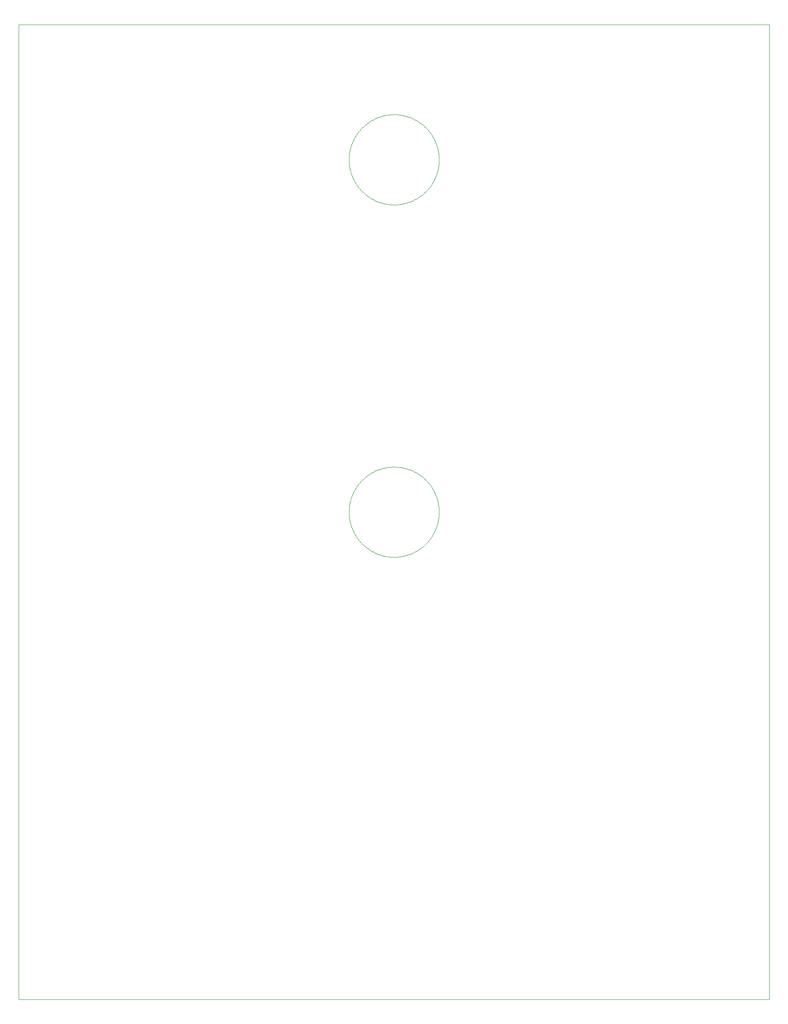
<source format=gbp>
G04 EAGLE Gerber X2 export*
%TF.Part,Single*%
%TF.FileFunction,Other,Solder paste bottom*%
%TF.FilePolarity,Positive*%
%TF.GenerationSoftware,Autodesk,EAGLE,9.1.1*%
%TF.CreationDate,2018-08-10T14:31:17Z*%
G75*
%MOMM*%
%FSLAX34Y34*%
%LPD*%
%AMOC8*
5,1,8,0,0,1.08239X$1,22.5*%
G01*
%ADD10C,0.001000*%


D10*
X-100000Y0D02*
X1400000Y0D01*
X1400000Y1947239D01*
X-100000Y1947239D01*
X-100000Y0D01*
X560000Y973620D02*
X560027Y975829D01*
X560108Y978036D01*
X560244Y980241D01*
X560433Y982442D01*
X560677Y984637D01*
X560974Y986826D01*
X561325Y989007D01*
X561729Y991178D01*
X562187Y993339D01*
X562697Y995488D01*
X563260Y997624D01*
X563875Y999746D01*
X564542Y1001851D01*
X565261Y1003940D01*
X566031Y1006011D01*
X566851Y1008062D01*
X567721Y1010092D01*
X568641Y1012100D01*
X569610Y1014085D01*
X570627Y1016046D01*
X571692Y1017981D01*
X572804Y1019889D01*
X573963Y1021770D01*
X575168Y1023621D01*
X576417Y1025443D01*
X577711Y1027233D01*
X579049Y1028991D01*
X580429Y1030715D01*
X581851Y1032406D01*
X583314Y1034060D01*
X584818Y1035679D01*
X586360Y1037260D01*
X587941Y1038802D01*
X589560Y1040306D01*
X591214Y1041769D01*
X592905Y1043191D01*
X594629Y1044571D01*
X596387Y1045909D01*
X598177Y1047203D01*
X599999Y1048452D01*
X601850Y1049657D01*
X603731Y1050816D01*
X605639Y1051928D01*
X607574Y1052993D01*
X609535Y1054010D01*
X611520Y1054979D01*
X613528Y1055899D01*
X615558Y1056769D01*
X617609Y1057589D01*
X619680Y1058359D01*
X621769Y1059078D01*
X623874Y1059745D01*
X625996Y1060360D01*
X628132Y1060923D01*
X630281Y1061433D01*
X632442Y1061891D01*
X634613Y1062295D01*
X636794Y1062646D01*
X638983Y1062943D01*
X641178Y1063187D01*
X643379Y1063376D01*
X645584Y1063512D01*
X647791Y1063593D01*
X650000Y1063620D01*
X652209Y1063593D01*
X654416Y1063512D01*
X656621Y1063376D01*
X658822Y1063187D01*
X661017Y1062943D01*
X663206Y1062646D01*
X665387Y1062295D01*
X667558Y1061891D01*
X669719Y1061433D01*
X671868Y1060923D01*
X674004Y1060360D01*
X676126Y1059745D01*
X678231Y1059078D01*
X680320Y1058359D01*
X682391Y1057589D01*
X684442Y1056769D01*
X686472Y1055899D01*
X688480Y1054979D01*
X690465Y1054010D01*
X692426Y1052993D01*
X694361Y1051928D01*
X696269Y1050816D01*
X698150Y1049657D01*
X700001Y1048452D01*
X701823Y1047203D01*
X703613Y1045909D01*
X705371Y1044571D01*
X707095Y1043191D01*
X708786Y1041769D01*
X710440Y1040306D01*
X712059Y1038802D01*
X713640Y1037260D01*
X715182Y1035679D01*
X716686Y1034060D01*
X718149Y1032406D01*
X719571Y1030715D01*
X720951Y1028991D01*
X722289Y1027233D01*
X723583Y1025443D01*
X724832Y1023621D01*
X726037Y1021770D01*
X727196Y1019889D01*
X728308Y1017981D01*
X729373Y1016046D01*
X730390Y1014085D01*
X731359Y1012100D01*
X732279Y1010092D01*
X733149Y1008062D01*
X733969Y1006011D01*
X734739Y1003940D01*
X735458Y1001851D01*
X736125Y999746D01*
X736740Y997624D01*
X737303Y995488D01*
X737813Y993339D01*
X738271Y991178D01*
X738675Y989007D01*
X739026Y986826D01*
X739323Y984637D01*
X739567Y982442D01*
X739756Y980241D01*
X739892Y978036D01*
X739973Y975829D01*
X740000Y973620D01*
X739973Y971411D01*
X739892Y969204D01*
X739756Y966999D01*
X739567Y964798D01*
X739323Y962603D01*
X739026Y960414D01*
X738675Y958233D01*
X738271Y956062D01*
X737813Y953901D01*
X737303Y951752D01*
X736740Y949616D01*
X736125Y947494D01*
X735458Y945389D01*
X734739Y943300D01*
X733969Y941229D01*
X733149Y939178D01*
X732279Y937148D01*
X731359Y935140D01*
X730390Y933155D01*
X729373Y931194D01*
X728308Y929259D01*
X727196Y927351D01*
X726037Y925470D01*
X724832Y923619D01*
X723583Y921797D01*
X722289Y920007D01*
X720951Y918249D01*
X719571Y916525D01*
X718149Y914834D01*
X716686Y913180D01*
X715182Y911561D01*
X713640Y909980D01*
X712059Y908438D01*
X710440Y906934D01*
X708786Y905471D01*
X707095Y904049D01*
X705371Y902669D01*
X703613Y901331D01*
X701823Y900037D01*
X700001Y898788D01*
X698150Y897583D01*
X696269Y896424D01*
X694361Y895312D01*
X692426Y894247D01*
X690465Y893230D01*
X688480Y892261D01*
X686472Y891341D01*
X684442Y890471D01*
X682391Y889651D01*
X680320Y888881D01*
X678231Y888162D01*
X676126Y887495D01*
X674004Y886880D01*
X671868Y886317D01*
X669719Y885807D01*
X667558Y885349D01*
X665387Y884945D01*
X663206Y884594D01*
X661017Y884297D01*
X658822Y884053D01*
X656621Y883864D01*
X654416Y883728D01*
X652209Y883647D01*
X650000Y883620D01*
X647791Y883647D01*
X645584Y883728D01*
X643379Y883864D01*
X641178Y884053D01*
X638983Y884297D01*
X636794Y884594D01*
X634613Y884945D01*
X632442Y885349D01*
X630281Y885807D01*
X628132Y886317D01*
X625996Y886880D01*
X623874Y887495D01*
X621769Y888162D01*
X619680Y888881D01*
X617609Y889651D01*
X615558Y890471D01*
X613528Y891341D01*
X611520Y892261D01*
X609535Y893230D01*
X607574Y894247D01*
X605639Y895312D01*
X603731Y896424D01*
X601850Y897583D01*
X599999Y898788D01*
X598177Y900037D01*
X596387Y901331D01*
X594629Y902669D01*
X592905Y904049D01*
X591214Y905471D01*
X589560Y906934D01*
X587941Y908438D01*
X586360Y909980D01*
X584818Y911561D01*
X583314Y913180D01*
X581851Y914834D01*
X580429Y916525D01*
X579049Y918249D01*
X577711Y920007D01*
X576417Y921797D01*
X575168Y923619D01*
X573963Y925470D01*
X572804Y927351D01*
X571692Y929259D01*
X570627Y931194D01*
X569610Y933155D01*
X568641Y935140D01*
X567721Y937148D01*
X566851Y939178D01*
X566031Y941229D01*
X565261Y943300D01*
X564542Y945389D01*
X563875Y947494D01*
X563260Y949616D01*
X562697Y951752D01*
X562187Y953901D01*
X561729Y956062D01*
X561325Y958233D01*
X560974Y960414D01*
X560677Y962603D01*
X560433Y964798D01*
X560244Y966999D01*
X560108Y969204D01*
X560027Y971411D01*
X560000Y973620D01*
X560000Y1677239D02*
X560027Y1679448D01*
X560108Y1681655D01*
X560244Y1683860D01*
X560433Y1686061D01*
X560677Y1688256D01*
X560974Y1690445D01*
X561325Y1692626D01*
X561729Y1694797D01*
X562187Y1696958D01*
X562697Y1699107D01*
X563260Y1701243D01*
X563875Y1703365D01*
X564542Y1705470D01*
X565261Y1707559D01*
X566031Y1709630D01*
X566851Y1711681D01*
X567721Y1713711D01*
X568641Y1715719D01*
X569610Y1717704D01*
X570627Y1719665D01*
X571692Y1721600D01*
X572804Y1723508D01*
X573963Y1725389D01*
X575168Y1727240D01*
X576417Y1729062D01*
X577711Y1730852D01*
X579049Y1732610D01*
X580429Y1734334D01*
X581851Y1736025D01*
X583314Y1737679D01*
X584818Y1739298D01*
X586360Y1740879D01*
X587941Y1742421D01*
X589560Y1743925D01*
X591214Y1745388D01*
X592905Y1746810D01*
X594629Y1748190D01*
X596387Y1749528D01*
X598177Y1750822D01*
X599999Y1752071D01*
X601850Y1753276D01*
X603731Y1754435D01*
X605639Y1755547D01*
X607574Y1756612D01*
X609535Y1757629D01*
X611520Y1758598D01*
X613528Y1759518D01*
X615558Y1760388D01*
X617609Y1761208D01*
X619680Y1761978D01*
X621769Y1762697D01*
X623874Y1763364D01*
X625996Y1763979D01*
X628132Y1764542D01*
X630281Y1765052D01*
X632442Y1765510D01*
X634613Y1765914D01*
X636794Y1766265D01*
X638983Y1766562D01*
X641178Y1766806D01*
X643379Y1766995D01*
X645584Y1767131D01*
X647791Y1767212D01*
X650000Y1767239D01*
X652209Y1767212D01*
X654416Y1767131D01*
X656621Y1766995D01*
X658822Y1766806D01*
X661017Y1766562D01*
X663206Y1766265D01*
X665387Y1765914D01*
X667558Y1765510D01*
X669719Y1765052D01*
X671868Y1764542D01*
X674004Y1763979D01*
X676126Y1763364D01*
X678231Y1762697D01*
X680320Y1761978D01*
X682391Y1761208D01*
X684442Y1760388D01*
X686472Y1759518D01*
X688480Y1758598D01*
X690465Y1757629D01*
X692426Y1756612D01*
X694361Y1755547D01*
X696269Y1754435D01*
X698150Y1753276D01*
X700001Y1752071D01*
X701823Y1750822D01*
X703613Y1749528D01*
X705371Y1748190D01*
X707095Y1746810D01*
X708786Y1745388D01*
X710440Y1743925D01*
X712059Y1742421D01*
X713640Y1740879D01*
X715182Y1739298D01*
X716686Y1737679D01*
X718149Y1736025D01*
X719571Y1734334D01*
X720951Y1732610D01*
X722289Y1730852D01*
X723583Y1729062D01*
X724832Y1727240D01*
X726037Y1725389D01*
X727196Y1723508D01*
X728308Y1721600D01*
X729373Y1719665D01*
X730390Y1717704D01*
X731359Y1715719D01*
X732279Y1713711D01*
X733149Y1711681D01*
X733969Y1709630D01*
X734739Y1707559D01*
X735458Y1705470D01*
X736125Y1703365D01*
X736740Y1701243D01*
X737303Y1699107D01*
X737813Y1696958D01*
X738271Y1694797D01*
X738675Y1692626D01*
X739026Y1690445D01*
X739323Y1688256D01*
X739567Y1686061D01*
X739756Y1683860D01*
X739892Y1681655D01*
X739973Y1679448D01*
X740000Y1677239D01*
X739973Y1675030D01*
X739892Y1672823D01*
X739756Y1670618D01*
X739567Y1668417D01*
X739323Y1666222D01*
X739026Y1664033D01*
X738675Y1661852D01*
X738271Y1659681D01*
X737813Y1657520D01*
X737303Y1655371D01*
X736740Y1653235D01*
X736125Y1651113D01*
X735458Y1649008D01*
X734739Y1646919D01*
X733969Y1644848D01*
X733149Y1642797D01*
X732279Y1640767D01*
X731359Y1638759D01*
X730390Y1636774D01*
X729373Y1634813D01*
X728308Y1632878D01*
X727196Y1630970D01*
X726037Y1629089D01*
X724832Y1627238D01*
X723583Y1625416D01*
X722289Y1623626D01*
X720951Y1621868D01*
X719571Y1620144D01*
X718149Y1618453D01*
X716686Y1616799D01*
X715182Y1615180D01*
X713640Y1613599D01*
X712059Y1612057D01*
X710440Y1610553D01*
X708786Y1609090D01*
X707095Y1607668D01*
X705371Y1606288D01*
X703613Y1604950D01*
X701823Y1603656D01*
X700001Y1602407D01*
X698150Y1601202D01*
X696269Y1600043D01*
X694361Y1598931D01*
X692426Y1597866D01*
X690465Y1596849D01*
X688480Y1595880D01*
X686472Y1594960D01*
X684442Y1594090D01*
X682391Y1593270D01*
X680320Y1592500D01*
X678231Y1591781D01*
X676126Y1591114D01*
X674004Y1590499D01*
X671868Y1589936D01*
X669719Y1589426D01*
X667558Y1588968D01*
X665387Y1588564D01*
X663206Y1588213D01*
X661017Y1587916D01*
X658822Y1587672D01*
X656621Y1587483D01*
X654416Y1587347D01*
X652209Y1587266D01*
X650000Y1587239D01*
X647791Y1587266D01*
X645584Y1587347D01*
X643379Y1587483D01*
X641178Y1587672D01*
X638983Y1587916D01*
X636794Y1588213D01*
X634613Y1588564D01*
X632442Y1588968D01*
X630281Y1589426D01*
X628132Y1589936D01*
X625996Y1590499D01*
X623874Y1591114D01*
X621769Y1591781D01*
X619680Y1592500D01*
X617609Y1593270D01*
X615558Y1594090D01*
X613528Y1594960D01*
X611520Y1595880D01*
X609535Y1596849D01*
X607574Y1597866D01*
X605639Y1598931D01*
X603731Y1600043D01*
X601850Y1601202D01*
X599999Y1602407D01*
X598177Y1603656D01*
X596387Y1604950D01*
X594629Y1606288D01*
X592905Y1607668D01*
X591214Y1609090D01*
X589560Y1610553D01*
X587941Y1612057D01*
X586360Y1613599D01*
X584818Y1615180D01*
X583314Y1616799D01*
X581851Y1618453D01*
X580429Y1620144D01*
X579049Y1621868D01*
X577711Y1623626D01*
X576417Y1625416D01*
X575168Y1627238D01*
X573963Y1629089D01*
X572804Y1630970D01*
X571692Y1632878D01*
X570627Y1634813D01*
X569610Y1636774D01*
X568641Y1638759D01*
X567721Y1640767D01*
X566851Y1642797D01*
X566031Y1644848D01*
X565261Y1646919D01*
X564542Y1649008D01*
X563875Y1651113D01*
X563260Y1653235D01*
X562697Y1655371D01*
X562187Y1657520D01*
X561729Y1659681D01*
X561325Y1661852D01*
X560974Y1664033D01*
X560677Y1666222D01*
X560433Y1668417D01*
X560244Y1670618D01*
X560108Y1672823D01*
X560027Y1675030D01*
X560000Y1677239D01*
M02*

</source>
